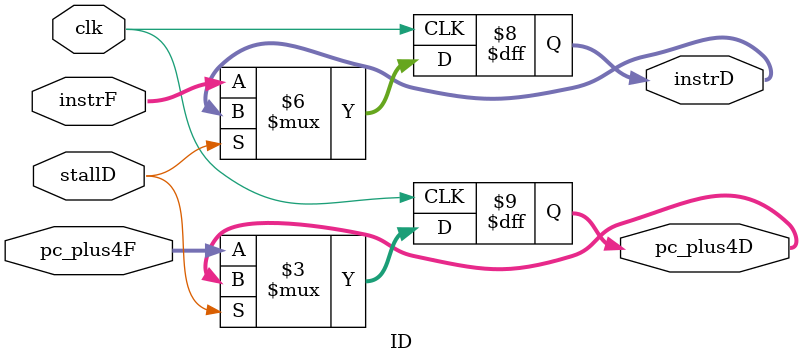
<source format=v>

module ID(
    input wire clk,
    input wire [31:0] instrF,
    input wire stallD,
    input wire [31:0] pc_plus4F,
    output reg [31:0] instrD,
    output reg [31:0] pc_plus4D
    );
    
    always@(posedge clk)
    begin
    if(stallD)
    begin
        instrD <= instrD;
        pc_plus4D <= pc_plus4D;
    end
    else
        begin
            instrD <= instrF;
            pc_plus4D <= pc_plus4F;
        end
    end
    
endmodule

</source>
